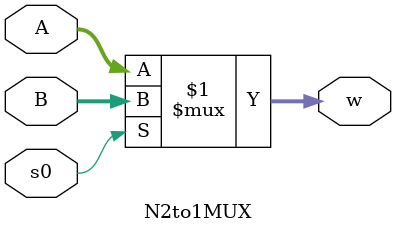
<source format=sv>
 `timescale 1ns/1ns
module N2to1MUX #(parameter S=8) ( input [S - 1:0] A, B, input s0, output [S - 1:0] w);
	assign #(25,23) w = s0 ? B : A;
	
endmodule

</source>
